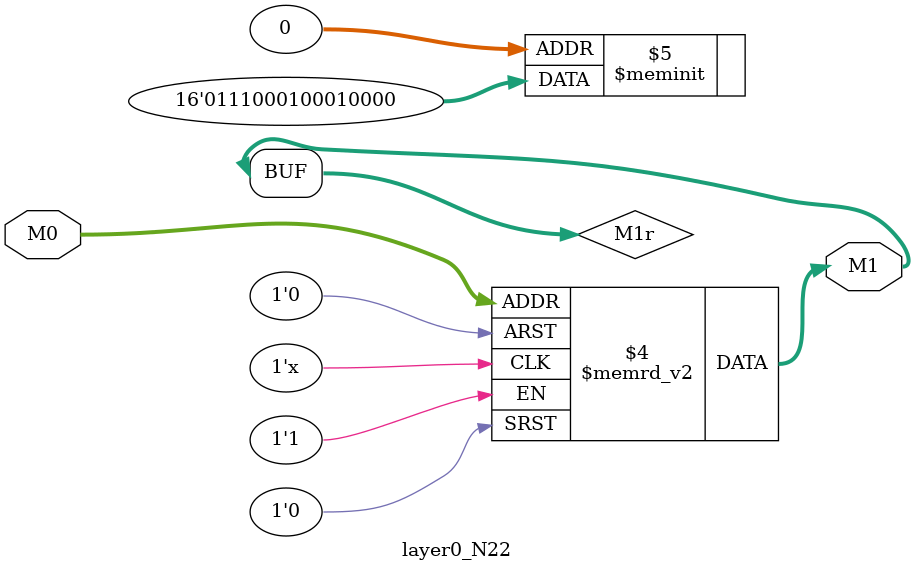
<source format=v>
module layer0_N22 ( input [2:0] M0, output [1:0] M1 );

	(*rom_style = "distributed" *) reg [1:0] M1r;
	assign M1 = M1r;
	always @ (M0) begin
		case (M0)
			3'b000: M1r = 2'b00;
			3'b100: M1r = 2'b01;
			3'b010: M1r = 2'b01;
			3'b110: M1r = 2'b11;
			3'b001: M1r = 2'b00;
			3'b101: M1r = 2'b00;
			3'b011: M1r = 2'b00;
			3'b111: M1r = 2'b01;

		endcase
	end
endmodule

</source>
